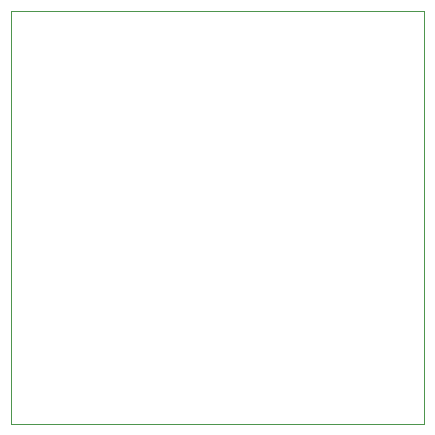
<source format=gbr>
%TF.GenerationSoftware,KiCad,Pcbnew,(6.0.8)*%
%TF.CreationDate,2023-02-07T20:12:27+01:00*%
%TF.ProjectId,SDVX-aux-board,53445658-2d61-4757-982d-626f6172642e,rev?*%
%TF.SameCoordinates,Original*%
%TF.FileFunction,Profile,NP*%
%FSLAX46Y46*%
G04 Gerber Fmt 4.6, Leading zero omitted, Abs format (unit mm)*
G04 Created by KiCad (PCBNEW (6.0.8)) date 2023-02-07 20:12:27*
%MOMM*%
%LPD*%
G01*
G04 APERTURE LIST*
%TA.AperFunction,Profile*%
%ADD10C,0.100000*%
%TD*%
G04 APERTURE END LIST*
D10*
X152500000Y-98600000D02*
X117500000Y-98600000D01*
X117500000Y-98600000D02*
X117500000Y-63600000D01*
X117500000Y-63600000D02*
X152500000Y-63600000D01*
X152500000Y-63600000D02*
X152500000Y-98600000D01*
M02*

</source>
